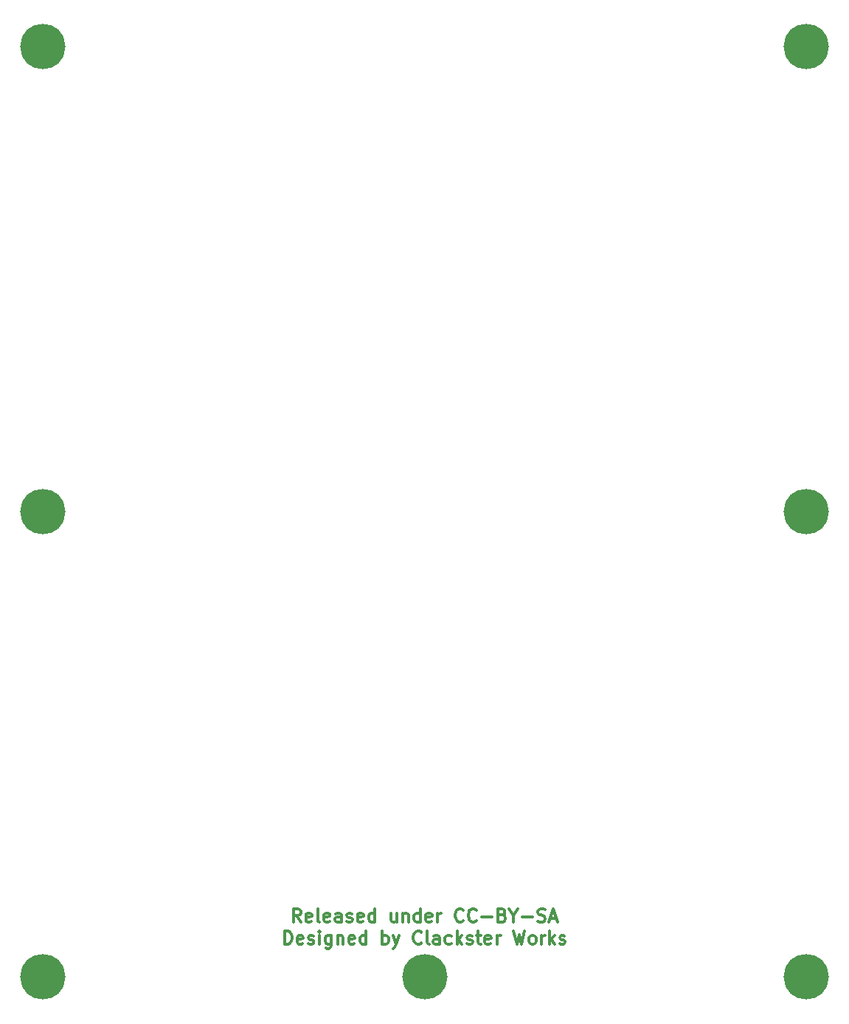
<source format=gbr>
G04 #@! TF.GenerationSoftware,KiCad,Pcbnew,(5.1.5)-3*
G04 #@! TF.CreationDate,2020-07-25T15:17:41-04:00*
G04 #@! TF.ProjectId,bottom-plate,626f7474-6f6d-42d7-906c-6174652e6b69,rev?*
G04 #@! TF.SameCoordinates,Original*
G04 #@! TF.FileFunction,Soldermask,Top*
G04 #@! TF.FilePolarity,Negative*
%FSLAX46Y46*%
G04 Gerber Fmt 4.6, Leading zero omitted, Abs format (unit mm)*
G04 Created by KiCad (PCBNEW (5.1.5)-3) date 2020-07-25 15:17:41*
%MOMM*%
%LPD*%
G04 APERTURE LIST*
%ADD10C,0.300000*%
%ADD11C,5.203200*%
G04 APERTURE END LIST*
D10*
X135010714Y-143548571D02*
X134510714Y-142834285D01*
X134153571Y-143548571D02*
X134153571Y-142048571D01*
X134725000Y-142048571D01*
X134867857Y-142120000D01*
X134939285Y-142191428D01*
X135010714Y-142334285D01*
X135010714Y-142548571D01*
X134939285Y-142691428D01*
X134867857Y-142762857D01*
X134725000Y-142834285D01*
X134153571Y-142834285D01*
X136225000Y-143477142D02*
X136082142Y-143548571D01*
X135796428Y-143548571D01*
X135653571Y-143477142D01*
X135582142Y-143334285D01*
X135582142Y-142762857D01*
X135653571Y-142620000D01*
X135796428Y-142548571D01*
X136082142Y-142548571D01*
X136225000Y-142620000D01*
X136296428Y-142762857D01*
X136296428Y-142905714D01*
X135582142Y-143048571D01*
X137153571Y-143548571D02*
X137010714Y-143477142D01*
X136939285Y-143334285D01*
X136939285Y-142048571D01*
X138296428Y-143477142D02*
X138153571Y-143548571D01*
X137867857Y-143548571D01*
X137725000Y-143477142D01*
X137653571Y-143334285D01*
X137653571Y-142762857D01*
X137725000Y-142620000D01*
X137867857Y-142548571D01*
X138153571Y-142548571D01*
X138296428Y-142620000D01*
X138367857Y-142762857D01*
X138367857Y-142905714D01*
X137653571Y-143048571D01*
X139653571Y-143548571D02*
X139653571Y-142762857D01*
X139582142Y-142620000D01*
X139439285Y-142548571D01*
X139153571Y-142548571D01*
X139010714Y-142620000D01*
X139653571Y-143477142D02*
X139510714Y-143548571D01*
X139153571Y-143548571D01*
X139010714Y-143477142D01*
X138939285Y-143334285D01*
X138939285Y-143191428D01*
X139010714Y-143048571D01*
X139153571Y-142977142D01*
X139510714Y-142977142D01*
X139653571Y-142905714D01*
X140296428Y-143477142D02*
X140439285Y-143548571D01*
X140725000Y-143548571D01*
X140867857Y-143477142D01*
X140939285Y-143334285D01*
X140939285Y-143262857D01*
X140867857Y-143120000D01*
X140725000Y-143048571D01*
X140510714Y-143048571D01*
X140367857Y-142977142D01*
X140296428Y-142834285D01*
X140296428Y-142762857D01*
X140367857Y-142620000D01*
X140510714Y-142548571D01*
X140725000Y-142548571D01*
X140867857Y-142620000D01*
X142153571Y-143477142D02*
X142010714Y-143548571D01*
X141725000Y-143548571D01*
X141582142Y-143477142D01*
X141510714Y-143334285D01*
X141510714Y-142762857D01*
X141582142Y-142620000D01*
X141725000Y-142548571D01*
X142010714Y-142548571D01*
X142153571Y-142620000D01*
X142225000Y-142762857D01*
X142225000Y-142905714D01*
X141510714Y-143048571D01*
X143510714Y-143548571D02*
X143510714Y-142048571D01*
X143510714Y-143477142D02*
X143367857Y-143548571D01*
X143082142Y-143548571D01*
X142939285Y-143477142D01*
X142867857Y-143405714D01*
X142796428Y-143262857D01*
X142796428Y-142834285D01*
X142867857Y-142691428D01*
X142939285Y-142620000D01*
X143082142Y-142548571D01*
X143367857Y-142548571D01*
X143510714Y-142620000D01*
X146010714Y-142548571D02*
X146010714Y-143548571D01*
X145367857Y-142548571D02*
X145367857Y-143334285D01*
X145439285Y-143477142D01*
X145582142Y-143548571D01*
X145796428Y-143548571D01*
X145939285Y-143477142D01*
X146010714Y-143405714D01*
X146725000Y-142548571D02*
X146725000Y-143548571D01*
X146725000Y-142691428D02*
X146796428Y-142620000D01*
X146939285Y-142548571D01*
X147153571Y-142548571D01*
X147296428Y-142620000D01*
X147367857Y-142762857D01*
X147367857Y-143548571D01*
X148725000Y-143548571D02*
X148725000Y-142048571D01*
X148725000Y-143477142D02*
X148582142Y-143548571D01*
X148296428Y-143548571D01*
X148153571Y-143477142D01*
X148082142Y-143405714D01*
X148010714Y-143262857D01*
X148010714Y-142834285D01*
X148082142Y-142691428D01*
X148153571Y-142620000D01*
X148296428Y-142548571D01*
X148582142Y-142548571D01*
X148725000Y-142620000D01*
X150010714Y-143477142D02*
X149867857Y-143548571D01*
X149582142Y-143548571D01*
X149439285Y-143477142D01*
X149367857Y-143334285D01*
X149367857Y-142762857D01*
X149439285Y-142620000D01*
X149582142Y-142548571D01*
X149867857Y-142548571D01*
X150010714Y-142620000D01*
X150082142Y-142762857D01*
X150082142Y-142905714D01*
X149367857Y-143048571D01*
X150725000Y-143548571D02*
X150725000Y-142548571D01*
X150725000Y-142834285D02*
X150796428Y-142691428D01*
X150867857Y-142620000D01*
X151010714Y-142548571D01*
X151153571Y-142548571D01*
X153653571Y-143405714D02*
X153582142Y-143477142D01*
X153367857Y-143548571D01*
X153225000Y-143548571D01*
X153010714Y-143477142D01*
X152867857Y-143334285D01*
X152796428Y-143191428D01*
X152725000Y-142905714D01*
X152725000Y-142691428D01*
X152796428Y-142405714D01*
X152867857Y-142262857D01*
X153010714Y-142120000D01*
X153225000Y-142048571D01*
X153367857Y-142048571D01*
X153582142Y-142120000D01*
X153653571Y-142191428D01*
X155153571Y-143405714D02*
X155082142Y-143477142D01*
X154867857Y-143548571D01*
X154725000Y-143548571D01*
X154510714Y-143477142D01*
X154367857Y-143334285D01*
X154296428Y-143191428D01*
X154225000Y-142905714D01*
X154225000Y-142691428D01*
X154296428Y-142405714D01*
X154367857Y-142262857D01*
X154510714Y-142120000D01*
X154725000Y-142048571D01*
X154867857Y-142048571D01*
X155082142Y-142120000D01*
X155153571Y-142191428D01*
X155796428Y-142977142D02*
X156939285Y-142977142D01*
X158153571Y-142762857D02*
X158367857Y-142834285D01*
X158439285Y-142905714D01*
X158510714Y-143048571D01*
X158510714Y-143262857D01*
X158439285Y-143405714D01*
X158367857Y-143477142D01*
X158225000Y-143548571D01*
X157653571Y-143548571D01*
X157653571Y-142048571D01*
X158153571Y-142048571D01*
X158296428Y-142120000D01*
X158367857Y-142191428D01*
X158439285Y-142334285D01*
X158439285Y-142477142D01*
X158367857Y-142620000D01*
X158296428Y-142691428D01*
X158153571Y-142762857D01*
X157653571Y-142762857D01*
X159439285Y-142834285D02*
X159439285Y-143548571D01*
X158939285Y-142048571D02*
X159439285Y-142834285D01*
X159939285Y-142048571D01*
X160439285Y-142977142D02*
X161582142Y-142977142D01*
X162225000Y-143477142D02*
X162439285Y-143548571D01*
X162796428Y-143548571D01*
X162939285Y-143477142D01*
X163010714Y-143405714D01*
X163082142Y-143262857D01*
X163082142Y-143120000D01*
X163010714Y-142977142D01*
X162939285Y-142905714D01*
X162796428Y-142834285D01*
X162510714Y-142762857D01*
X162367857Y-142691428D01*
X162296428Y-142620000D01*
X162225000Y-142477142D01*
X162225000Y-142334285D01*
X162296428Y-142191428D01*
X162367857Y-142120000D01*
X162510714Y-142048571D01*
X162867857Y-142048571D01*
X163082142Y-142120000D01*
X163653571Y-143120000D02*
X164367857Y-143120000D01*
X163510714Y-143548571D02*
X164010714Y-142048571D01*
X164510714Y-143548571D01*
X133153571Y-146098571D02*
X133153571Y-144598571D01*
X133510714Y-144598571D01*
X133725000Y-144670000D01*
X133867857Y-144812857D01*
X133939285Y-144955714D01*
X134010714Y-145241428D01*
X134010714Y-145455714D01*
X133939285Y-145741428D01*
X133867857Y-145884285D01*
X133725000Y-146027142D01*
X133510714Y-146098571D01*
X133153571Y-146098571D01*
X135225000Y-146027142D02*
X135082142Y-146098571D01*
X134796428Y-146098571D01*
X134653571Y-146027142D01*
X134582142Y-145884285D01*
X134582142Y-145312857D01*
X134653571Y-145170000D01*
X134796428Y-145098571D01*
X135082142Y-145098571D01*
X135225000Y-145170000D01*
X135296428Y-145312857D01*
X135296428Y-145455714D01*
X134582142Y-145598571D01*
X135867857Y-146027142D02*
X136010714Y-146098571D01*
X136296428Y-146098571D01*
X136439285Y-146027142D01*
X136510714Y-145884285D01*
X136510714Y-145812857D01*
X136439285Y-145670000D01*
X136296428Y-145598571D01*
X136082142Y-145598571D01*
X135939285Y-145527142D01*
X135867857Y-145384285D01*
X135867857Y-145312857D01*
X135939285Y-145170000D01*
X136082142Y-145098571D01*
X136296428Y-145098571D01*
X136439285Y-145170000D01*
X137153571Y-146098571D02*
X137153571Y-145098571D01*
X137153571Y-144598571D02*
X137082142Y-144670000D01*
X137153571Y-144741428D01*
X137225000Y-144670000D01*
X137153571Y-144598571D01*
X137153571Y-144741428D01*
X138510714Y-145098571D02*
X138510714Y-146312857D01*
X138439285Y-146455714D01*
X138367857Y-146527142D01*
X138225000Y-146598571D01*
X138010714Y-146598571D01*
X137867857Y-146527142D01*
X138510714Y-146027142D02*
X138367857Y-146098571D01*
X138082142Y-146098571D01*
X137939285Y-146027142D01*
X137867857Y-145955714D01*
X137796428Y-145812857D01*
X137796428Y-145384285D01*
X137867857Y-145241428D01*
X137939285Y-145170000D01*
X138082142Y-145098571D01*
X138367857Y-145098571D01*
X138510714Y-145170000D01*
X139225000Y-145098571D02*
X139225000Y-146098571D01*
X139225000Y-145241428D02*
X139296428Y-145170000D01*
X139439285Y-145098571D01*
X139653571Y-145098571D01*
X139796428Y-145170000D01*
X139867857Y-145312857D01*
X139867857Y-146098571D01*
X141153571Y-146027142D02*
X141010714Y-146098571D01*
X140725000Y-146098571D01*
X140582142Y-146027142D01*
X140510714Y-145884285D01*
X140510714Y-145312857D01*
X140582142Y-145170000D01*
X140725000Y-145098571D01*
X141010714Y-145098571D01*
X141153571Y-145170000D01*
X141225000Y-145312857D01*
X141225000Y-145455714D01*
X140510714Y-145598571D01*
X142510714Y-146098571D02*
X142510714Y-144598571D01*
X142510714Y-146027142D02*
X142367857Y-146098571D01*
X142082142Y-146098571D01*
X141939285Y-146027142D01*
X141867857Y-145955714D01*
X141796428Y-145812857D01*
X141796428Y-145384285D01*
X141867857Y-145241428D01*
X141939285Y-145170000D01*
X142082142Y-145098571D01*
X142367857Y-145098571D01*
X142510714Y-145170000D01*
X144367857Y-146098571D02*
X144367857Y-144598571D01*
X144367857Y-145170000D02*
X144510714Y-145098571D01*
X144796428Y-145098571D01*
X144939285Y-145170000D01*
X145010714Y-145241428D01*
X145082142Y-145384285D01*
X145082142Y-145812857D01*
X145010714Y-145955714D01*
X144939285Y-146027142D01*
X144796428Y-146098571D01*
X144510714Y-146098571D01*
X144367857Y-146027142D01*
X145582142Y-145098571D02*
X145939285Y-146098571D01*
X146296428Y-145098571D02*
X145939285Y-146098571D01*
X145796428Y-146455714D01*
X145725000Y-146527142D01*
X145582142Y-146598571D01*
X148867857Y-145955714D02*
X148796428Y-146027142D01*
X148582142Y-146098571D01*
X148439285Y-146098571D01*
X148225000Y-146027142D01*
X148082142Y-145884285D01*
X148010714Y-145741428D01*
X147939285Y-145455714D01*
X147939285Y-145241428D01*
X148010714Y-144955714D01*
X148082142Y-144812857D01*
X148225000Y-144670000D01*
X148439285Y-144598571D01*
X148582142Y-144598571D01*
X148796428Y-144670000D01*
X148867857Y-144741428D01*
X149725000Y-146098571D02*
X149582142Y-146027142D01*
X149510714Y-145884285D01*
X149510714Y-144598571D01*
X150939285Y-146098571D02*
X150939285Y-145312857D01*
X150867857Y-145170000D01*
X150725000Y-145098571D01*
X150439285Y-145098571D01*
X150296428Y-145170000D01*
X150939285Y-146027142D02*
X150796428Y-146098571D01*
X150439285Y-146098571D01*
X150296428Y-146027142D01*
X150225000Y-145884285D01*
X150225000Y-145741428D01*
X150296428Y-145598571D01*
X150439285Y-145527142D01*
X150796428Y-145527142D01*
X150939285Y-145455714D01*
X152296428Y-146027142D02*
X152153571Y-146098571D01*
X151867857Y-146098571D01*
X151725000Y-146027142D01*
X151653571Y-145955714D01*
X151582142Y-145812857D01*
X151582142Y-145384285D01*
X151653571Y-145241428D01*
X151725000Y-145170000D01*
X151867857Y-145098571D01*
X152153571Y-145098571D01*
X152296428Y-145170000D01*
X152939285Y-146098571D02*
X152939285Y-144598571D01*
X153082142Y-145527142D02*
X153510714Y-146098571D01*
X153510714Y-145098571D02*
X152939285Y-145670000D01*
X154082142Y-146027142D02*
X154225000Y-146098571D01*
X154510714Y-146098571D01*
X154653571Y-146027142D01*
X154725000Y-145884285D01*
X154725000Y-145812857D01*
X154653571Y-145670000D01*
X154510714Y-145598571D01*
X154296428Y-145598571D01*
X154153571Y-145527142D01*
X154082142Y-145384285D01*
X154082142Y-145312857D01*
X154153571Y-145170000D01*
X154296428Y-145098571D01*
X154510714Y-145098571D01*
X154653571Y-145170000D01*
X155153571Y-145098571D02*
X155725000Y-145098571D01*
X155367857Y-144598571D02*
X155367857Y-145884285D01*
X155439285Y-146027142D01*
X155582142Y-146098571D01*
X155725000Y-146098571D01*
X156796428Y-146027142D02*
X156653571Y-146098571D01*
X156367857Y-146098571D01*
X156225000Y-146027142D01*
X156153571Y-145884285D01*
X156153571Y-145312857D01*
X156225000Y-145170000D01*
X156367857Y-145098571D01*
X156653571Y-145098571D01*
X156796428Y-145170000D01*
X156867857Y-145312857D01*
X156867857Y-145455714D01*
X156153571Y-145598571D01*
X157510714Y-146098571D02*
X157510714Y-145098571D01*
X157510714Y-145384285D02*
X157582142Y-145241428D01*
X157653571Y-145170000D01*
X157796428Y-145098571D01*
X157939285Y-145098571D01*
X159439285Y-144598571D02*
X159796428Y-146098571D01*
X160082142Y-145027142D01*
X160367857Y-146098571D01*
X160725000Y-144598571D01*
X161510714Y-146098571D02*
X161367857Y-146027142D01*
X161296428Y-145955714D01*
X161225000Y-145812857D01*
X161225000Y-145384285D01*
X161296428Y-145241428D01*
X161367857Y-145170000D01*
X161510714Y-145098571D01*
X161725000Y-145098571D01*
X161867857Y-145170000D01*
X161939285Y-145241428D01*
X162010714Y-145384285D01*
X162010714Y-145812857D01*
X161939285Y-145955714D01*
X161867857Y-146027142D01*
X161725000Y-146098571D01*
X161510714Y-146098571D01*
X162653571Y-146098571D02*
X162653571Y-145098571D01*
X162653571Y-145384285D02*
X162725000Y-145241428D01*
X162796428Y-145170000D01*
X162939285Y-145098571D01*
X163082142Y-145098571D01*
X163582142Y-146098571D02*
X163582142Y-144598571D01*
X163725000Y-145527142D02*
X164153571Y-146098571D01*
X164153571Y-145098571D02*
X163582142Y-145670000D01*
X164725000Y-146027142D02*
X164867857Y-146098571D01*
X165153571Y-146098571D01*
X165296428Y-146027142D01*
X165367857Y-145884285D01*
X165367857Y-145812857D01*
X165296428Y-145670000D01*
X165153571Y-145598571D01*
X164939285Y-145598571D01*
X164796428Y-145527142D01*
X164725000Y-145384285D01*
X164725000Y-145312857D01*
X164796428Y-145170000D01*
X164939285Y-145098571D01*
X165153571Y-145098571D01*
X165296428Y-145170000D01*
D11*
X105410000Y-43180000D03*
X105410000Y-149860000D03*
X105410000Y-96520000D03*
X193040000Y-149860000D03*
X149225000Y-149860000D03*
X193040000Y-43180000D03*
X193040000Y-96520000D03*
M02*

</source>
